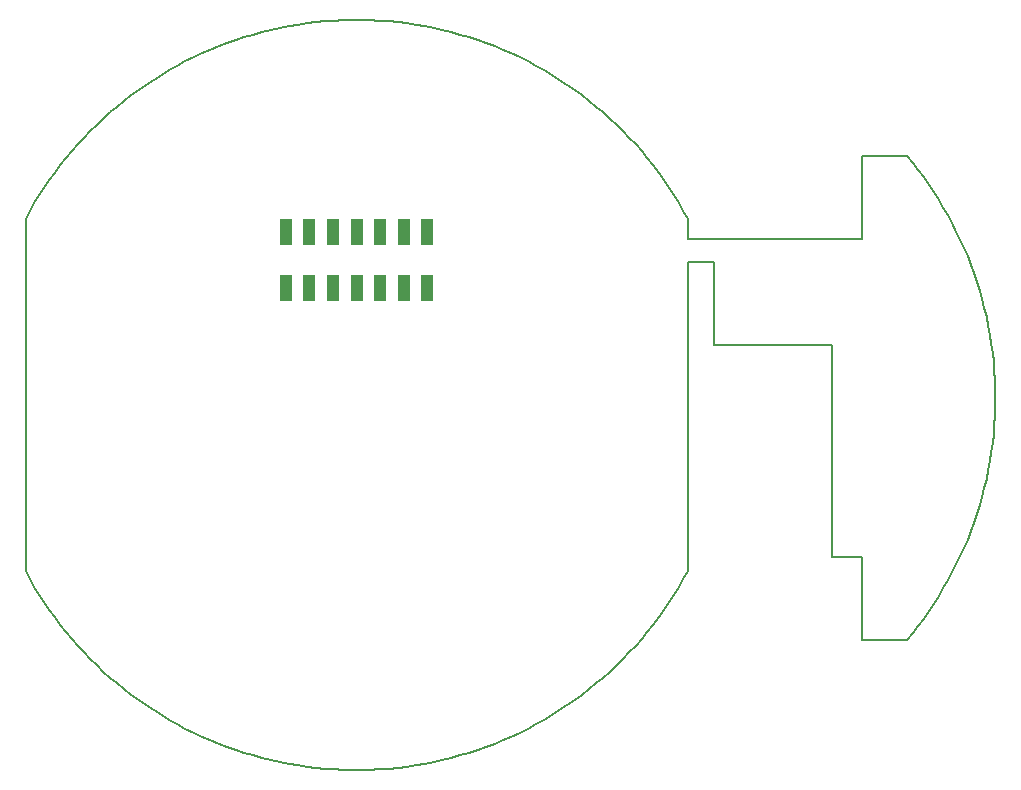
<source format=gbp>
G75*
%MOIN*%
%OFA0B0*%
%FSLAX24Y24*%
%IPPOS*%
%LPD*%
%AMOC8*
5,1,8,0,0,1.08239X$1,22.5*
%
%ADD10C,0.0080*%
%ADD11R,0.0394X0.0866*%
D10*
X005768Y008412D02*
X005768Y020148D01*
X005914Y020415D01*
X006066Y020678D01*
X006225Y020937D01*
X006390Y021192D01*
X006561Y021444D01*
X006739Y021691D01*
X006922Y021933D01*
X007111Y022171D01*
X007305Y022405D01*
X007506Y022633D01*
X007712Y022857D01*
X007923Y023075D01*
X008139Y023289D01*
X008361Y023497D01*
X008588Y023699D01*
X008819Y023896D01*
X009055Y024088D01*
X009296Y024273D01*
X009541Y024453D01*
X009791Y024626D01*
X010044Y024794D01*
X010302Y024955D01*
X010563Y025110D01*
X010829Y025259D01*
X011097Y025401D01*
X011369Y025536D01*
X011645Y025665D01*
X011923Y025787D01*
X012204Y025903D01*
X012488Y026011D01*
X012775Y026112D01*
X013064Y026207D01*
X013355Y026294D01*
X013648Y026375D01*
X013943Y026448D01*
X014240Y026514D01*
X014538Y026573D01*
X014837Y026624D01*
X015138Y026668D01*
X015440Y026705D01*
X015742Y026735D01*
X016046Y026757D01*
X016349Y026772D01*
X016653Y026779D01*
X016957Y026779D01*
X017261Y026772D01*
X017564Y026757D01*
X017868Y026735D01*
X018170Y026705D01*
X018472Y026668D01*
X018773Y026624D01*
X019072Y026573D01*
X019370Y026514D01*
X019667Y026448D01*
X019962Y026375D01*
X020255Y026294D01*
X020546Y026207D01*
X020835Y026112D01*
X021122Y026011D01*
X021406Y025903D01*
X021687Y025787D01*
X021965Y025665D01*
X022241Y025536D01*
X022513Y025401D01*
X022781Y025259D01*
X023047Y025110D01*
X023308Y024955D01*
X023566Y024794D01*
X023819Y024626D01*
X024069Y024453D01*
X024314Y024273D01*
X024555Y024088D01*
X024791Y023896D01*
X025022Y023699D01*
X025249Y023497D01*
X025471Y023289D01*
X025687Y023075D01*
X025898Y022857D01*
X026104Y022633D01*
X026305Y022405D01*
X026499Y022171D01*
X026688Y021933D01*
X026871Y021691D01*
X027049Y021444D01*
X027220Y021192D01*
X027385Y020937D01*
X027544Y020678D01*
X027696Y020415D01*
X027842Y020148D01*
X027841Y020148D02*
X027841Y019497D01*
X033635Y019497D01*
X033635Y022252D01*
X035144Y022252D01*
X028714Y018709D02*
X027841Y018709D01*
X027841Y008412D01*
X032651Y008867D02*
X033635Y008867D01*
X033635Y006111D01*
X035144Y006111D01*
X032651Y008867D02*
X032651Y015953D01*
X028714Y015953D01*
X028714Y018709D01*
X035143Y022253D02*
X035336Y022019D01*
X035523Y021781D01*
X035704Y021539D01*
X035879Y021292D01*
X036048Y021041D01*
X036211Y020786D01*
X036367Y020528D01*
X036518Y020265D01*
X036662Y019999D01*
X036799Y019730D01*
X036930Y019457D01*
X037055Y019181D01*
X037172Y018903D01*
X037283Y018621D01*
X037387Y018337D01*
X037484Y018050D01*
X037574Y017762D01*
X037658Y017471D01*
X037734Y017178D01*
X037803Y016883D01*
X037864Y016587D01*
X037919Y016290D01*
X037966Y015991D01*
X038007Y015691D01*
X038039Y015390D01*
X038065Y015089D01*
X038083Y014787D01*
X038094Y014485D01*
X038098Y014182D01*
X038094Y013879D01*
X038083Y013577D01*
X038065Y013275D01*
X038039Y012974D01*
X038007Y012673D01*
X037966Y012373D01*
X037919Y012074D01*
X037864Y011777D01*
X037803Y011481D01*
X037734Y011186D01*
X037658Y010893D01*
X037574Y010602D01*
X037484Y010314D01*
X037387Y010027D01*
X037283Y009743D01*
X037172Y009461D01*
X037055Y009183D01*
X036930Y008907D01*
X036799Y008634D01*
X036662Y008365D01*
X036518Y008099D01*
X036367Y007836D01*
X036211Y007578D01*
X036048Y007323D01*
X035879Y007072D01*
X035704Y006825D01*
X035523Y006583D01*
X035336Y006345D01*
X035143Y006111D01*
X027842Y008412D02*
X027696Y008145D01*
X027544Y007882D01*
X027385Y007623D01*
X027220Y007368D01*
X027049Y007116D01*
X026871Y006869D01*
X026688Y006627D01*
X026499Y006389D01*
X026305Y006155D01*
X026104Y005927D01*
X025898Y005703D01*
X025687Y005485D01*
X025471Y005271D01*
X025249Y005063D01*
X025022Y004861D01*
X024791Y004664D01*
X024555Y004472D01*
X024314Y004287D01*
X024069Y004107D01*
X023819Y003934D01*
X023566Y003766D01*
X023308Y003605D01*
X023047Y003450D01*
X022781Y003301D01*
X022513Y003159D01*
X022241Y003024D01*
X021965Y002895D01*
X021687Y002773D01*
X021406Y002657D01*
X021122Y002549D01*
X020835Y002448D01*
X020546Y002353D01*
X020255Y002266D01*
X019962Y002185D01*
X019667Y002112D01*
X019370Y002046D01*
X019072Y001987D01*
X018773Y001936D01*
X018472Y001892D01*
X018170Y001855D01*
X017868Y001825D01*
X017564Y001803D01*
X017261Y001788D01*
X016957Y001781D01*
X016653Y001781D01*
X016349Y001788D01*
X016046Y001803D01*
X015742Y001825D01*
X015440Y001855D01*
X015138Y001892D01*
X014837Y001936D01*
X014538Y001987D01*
X014240Y002046D01*
X013943Y002112D01*
X013648Y002185D01*
X013355Y002266D01*
X013064Y002353D01*
X012775Y002448D01*
X012488Y002549D01*
X012204Y002657D01*
X011923Y002773D01*
X011645Y002895D01*
X011369Y003024D01*
X011097Y003159D01*
X010829Y003301D01*
X010563Y003450D01*
X010302Y003605D01*
X010044Y003766D01*
X009791Y003934D01*
X009541Y004107D01*
X009296Y004287D01*
X009055Y004472D01*
X008819Y004664D01*
X008588Y004861D01*
X008361Y005063D01*
X008139Y005271D01*
X007923Y005485D01*
X007712Y005703D01*
X007506Y005927D01*
X007305Y006155D01*
X007111Y006389D01*
X006922Y006627D01*
X006739Y006869D01*
X006561Y007116D01*
X006390Y007368D01*
X006225Y007623D01*
X006066Y007882D01*
X005914Y008145D01*
X005768Y008412D01*
D11*
X014442Y017835D03*
X015230Y017835D03*
X016017Y017835D03*
X016805Y017835D03*
X017592Y017835D03*
X018379Y017835D03*
X019167Y017835D03*
X019167Y019725D03*
X018379Y019725D03*
X017592Y019725D03*
X016805Y019725D03*
X016017Y019725D03*
X015230Y019725D03*
X014442Y019725D03*
M02*

</source>
